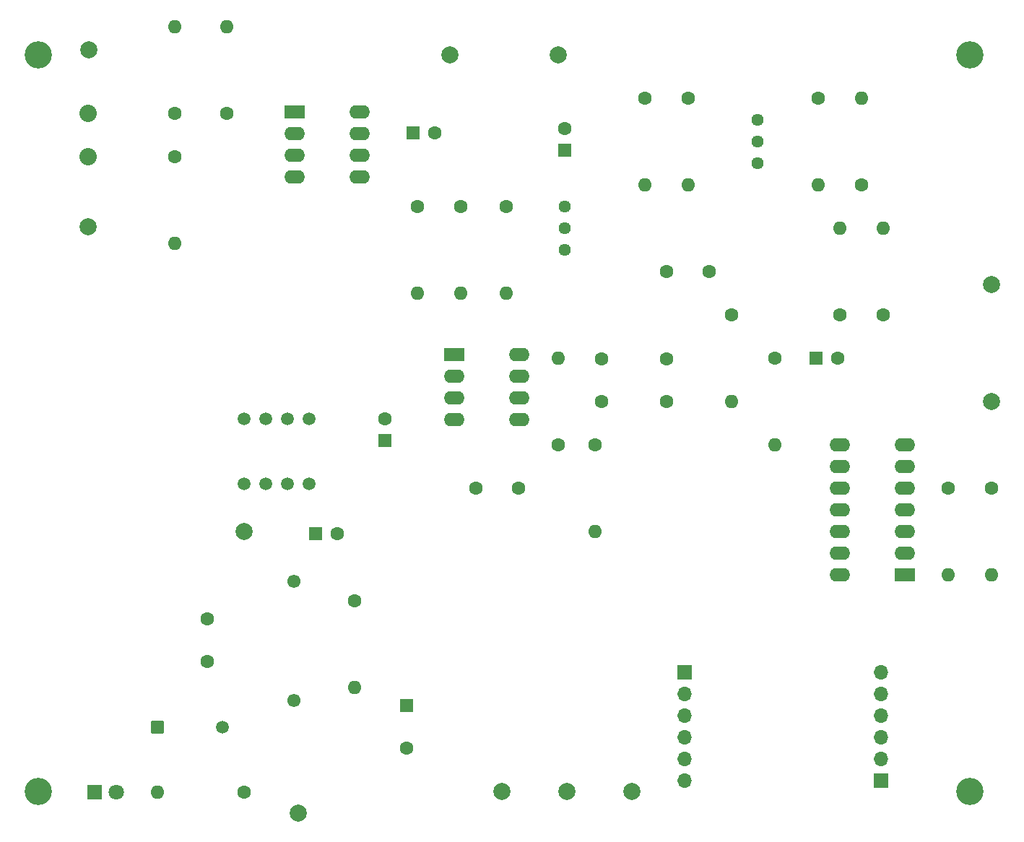
<source format=gbr>
%TF.GenerationSoftware,KiCad,Pcbnew,7.0.10*%
%TF.CreationDate,2024-01-17T14:59:58-08:00*%
%TF.ProjectId,P1.2,50312e32-2e6b-4696-9361-645f70636258,rev?*%
%TF.SameCoordinates,Original*%
%TF.FileFunction,Soldermask,Bot*%
%TF.FilePolarity,Negative*%
%FSLAX46Y46*%
G04 Gerber Fmt 4.6, Leading zero omitted, Abs format (unit mm)*
G04 Created by KiCad (PCBNEW 7.0.10) date 2024-01-17 14:59:58*
%MOMM*%
%LPD*%
G01*
G04 APERTURE LIST*
G04 Aperture macros list*
%AMRoundRect*
0 Rectangle with rounded corners*
0 $1 Rounding radius*
0 $2 $3 $4 $5 $6 $7 $8 $9 X,Y pos of 4 corners*
0 Add a 4 corners polygon primitive as box body*
4,1,4,$2,$3,$4,$5,$6,$7,$8,$9,$2,$3,0*
0 Add four circle primitives for the rounded corners*
1,1,$1+$1,$2,$3*
1,1,$1+$1,$4,$5*
1,1,$1+$1,$6,$7*
1,1,$1+$1,$8,$9*
0 Add four rect primitives between the rounded corners*
20,1,$1+$1,$2,$3,$4,$5,0*
20,1,$1+$1,$4,$5,$6,$7,0*
20,1,$1+$1,$6,$7,$8,$9,0*
20,1,$1+$1,$8,$9,$2,$3,0*%
G04 Aperture macros list end*
%ADD10R,2.400000X1.600000*%
%ADD11O,2.400000X1.600000*%
%ADD12C,2.000000*%
%ADD13C,1.600000*%
%ADD14O,1.600000X1.600000*%
%ADD15C,1.507998*%
%ADD16R,1.700000X1.700000*%
%ADD17O,1.700000X1.700000*%
%ADD18RoundRect,0.102000X-0.654000X-0.654000X0.654000X-0.654000X0.654000X0.654000X-0.654000X0.654000X0*%
%ADD19C,1.512000*%
%ADD20C,2.032000*%
%ADD21C,3.200000*%
%ADD22R,1.600000X1.600000*%
%ADD23C,1.440000*%
%ADD24R,1.800000X1.800000*%
%ADD25C,1.800000*%
%ADD26C,1.554000*%
G04 APERTURE END LIST*
D10*
%TO.C,U1*%
X113885944Y-65074900D03*
D11*
X113885944Y-67614900D03*
X113885944Y-70154900D03*
X113885944Y-72694900D03*
X121505944Y-72694900D03*
X121505944Y-70154900D03*
X121505944Y-67614900D03*
X121505944Y-65074900D03*
%TD*%
D12*
%TO.C,J4*%
X138176000Y-144780000D03*
%TD*%
D13*
%TO.C,C9*%
X149860000Y-94060000D03*
X149860000Y-99060000D03*
%TD*%
D12*
%TO.C,J14*%
X195581000Y-85290588D03*
%TD*%
%TO.C,J9*%
X195580000Y-99060000D03*
%TD*%
D13*
%TO.C,R8*%
X144780000Y-104140000D03*
D14*
X144780000Y-93980000D03*
%TD*%
D12*
%TO.C,J2*%
X89715944Y-78523271D03*
%TD*%
D13*
%TO.C,R24*%
X180340000Y-73660000D03*
D14*
X180340000Y-63500000D03*
%TD*%
D15*
%TO.C,U4*%
X107950000Y-108646600D03*
X110490000Y-108646600D03*
X113030000Y-108646600D03*
X115570000Y-108646600D03*
X115570000Y-101026600D03*
X113030000Y-101026600D03*
X110490000Y-101026600D03*
X107950000Y-101026600D03*
%TD*%
D16*
%TO.C,J12*%
X182626000Y-143485000D03*
D17*
X182626000Y-140945000D03*
X182626000Y-138405000D03*
X182626000Y-135865000D03*
X182626000Y-133325000D03*
X182626000Y-130785000D03*
%TD*%
D13*
%TO.C,R2*%
X105971944Y-65240000D03*
D14*
X105971944Y-55080000D03*
%TD*%
D18*
%TO.C,SW1*%
X97790000Y-137240000D03*
D19*
X105410000Y-137240000D03*
%TD*%
D20*
%TO.C,J6*%
X89715944Y-65240000D03*
X89715944Y-70320000D03*
%TD*%
D12*
%TO.C,J11*%
X107950000Y-114300000D03*
%TD*%
D16*
%TO.C,J13*%
X159626000Y-130785000D03*
D17*
X159626000Y-133325000D03*
X159626000Y-135865000D03*
X159626000Y-138405000D03*
X159626000Y-140945000D03*
X159626000Y-143485000D03*
%TD*%
D13*
%TO.C,R23*%
X175260000Y-63500000D03*
D14*
X175260000Y-73660000D03*
%TD*%
D13*
%TO.C,R9*%
X154940000Y-63500000D03*
D14*
X154940000Y-73660000D03*
%TD*%
D13*
%TO.C,R12*%
X149098000Y-104140000D03*
D14*
X149098000Y-114300000D03*
%TD*%
D21*
%TO.C,H2*%
X193040000Y-58420000D03*
%TD*%
D12*
%TO.C,J1*%
X89792000Y-57820588D03*
%TD*%
D21*
%TO.C,H4*%
X193040000Y-144780000D03*
%TD*%
D13*
%TO.C,C1*%
X103632000Y-129536063D03*
X103632000Y-124536063D03*
%TD*%
D22*
%TO.C,C4*%
X145542000Y-69531113D03*
D13*
X145542000Y-67031113D03*
%TD*%
D12*
%TO.C,J3*%
X145796000Y-144780000D03*
%TD*%
D21*
%TO.C,H3*%
X83820000Y-144780000D03*
%TD*%
D13*
%TO.C,R28*%
X182880000Y-88900000D03*
D14*
X182880000Y-78740000D03*
%TD*%
D13*
%TO.C,R22*%
X177800000Y-88900000D03*
D14*
X177800000Y-78740000D03*
%TD*%
D23*
%TO.C,R13*%
X145542000Y-81280000D03*
X145542000Y-78740000D03*
X145542000Y-76200000D03*
%TD*%
D13*
%TO.C,R21*%
X170180000Y-93980000D03*
D14*
X170180000Y-104140000D03*
%TD*%
D22*
%TO.C,C11*%
X175070888Y-93980000D03*
D13*
X177570888Y-93980000D03*
%TD*%
D22*
%TO.C,C2*%
X127826888Y-67564000D03*
D13*
X130326888Y-67564000D03*
%TD*%
%TO.C,R5*%
X128270000Y-76200000D03*
D14*
X128270000Y-86360000D03*
%TD*%
D13*
%TO.C,R3*%
X99875944Y-70320000D03*
D14*
X99875944Y-80480000D03*
%TD*%
D22*
%TO.C,C5*%
X116396888Y-114554000D03*
D13*
X118896888Y-114554000D03*
%TD*%
D12*
%TO.C,J7*%
X132080000Y-58420000D03*
%TD*%
D10*
%TO.C,U3*%
X132598000Y-93482000D03*
D11*
X132598000Y-96022000D03*
X132598000Y-98562000D03*
X132598000Y-101102000D03*
X140218000Y-101102000D03*
X140218000Y-98562000D03*
X140218000Y-96022000D03*
X140218000Y-93482000D03*
%TD*%
D13*
%TO.C,C10*%
X157480000Y-94060000D03*
X157480000Y-99060000D03*
%TD*%
%TO.C,R30*%
X190500000Y-109220000D03*
D14*
X190500000Y-119380000D03*
%TD*%
D23*
%TO.C,R26*%
X168148000Y-71120000D03*
X168148000Y-68580000D03*
X168148000Y-66040000D03*
%TD*%
D12*
%TO.C,J8*%
X144780000Y-58420000D03*
%TD*%
D22*
%TO.C,C6*%
X124460000Y-103567113D03*
D13*
X124460000Y-101067113D03*
%TD*%
%TO.C,C8*%
X157520000Y-83820000D03*
X162520000Y-83820000D03*
%TD*%
%TO.C,R4*%
X120904000Y-122428000D03*
D14*
X120904000Y-132588000D03*
%TD*%
D10*
%TO.C,U5*%
X185420000Y-119385000D03*
D11*
X185420000Y-116845000D03*
X185420000Y-114305000D03*
X185420000Y-111765000D03*
X185420000Y-109225000D03*
X185420000Y-106685000D03*
X185420000Y-104145000D03*
X177800000Y-104145000D03*
X177800000Y-106685000D03*
X177800000Y-109225000D03*
X177800000Y-111765000D03*
X177800000Y-114305000D03*
X177800000Y-116845000D03*
X177800000Y-119385000D03*
%TD*%
D13*
%TO.C,R7*%
X138684000Y-76200000D03*
D14*
X138684000Y-86360000D03*
%TD*%
D21*
%TO.C,H1*%
X83820000Y-58420000D03*
%TD*%
D13*
%TO.C,R10*%
X160020000Y-63500000D03*
D14*
X160020000Y-73660000D03*
%TD*%
D24*
%TO.C,D1*%
X90419000Y-144860000D03*
D25*
X92959000Y-144860000D03*
%TD*%
D12*
%TO.C,J5*%
X153416000Y-144780000D03*
%TD*%
%TO.C,J10*%
X114300000Y-147320000D03*
%TD*%
D13*
%TO.C,R31*%
X107950000Y-144860000D03*
D14*
X97790000Y-144860000D03*
%TD*%
D22*
%TO.C,C3*%
X127000000Y-134700000D03*
D13*
X127000000Y-139700000D03*
%TD*%
D26*
%TO.C,L1*%
X113792000Y-120076063D03*
X113792000Y-134076063D03*
%TD*%
D13*
%TO.C,R29*%
X195580000Y-109220000D03*
D14*
X195580000Y-119380000D03*
%TD*%
D13*
%TO.C,C7*%
X135168000Y-109220000D03*
X140168000Y-109220000D03*
%TD*%
%TO.C,R11*%
X165100000Y-88900000D03*
D14*
X165100000Y-99060000D03*
%TD*%
D13*
%TO.C,R1*%
X99875944Y-65240000D03*
D14*
X99875944Y-55080000D03*
%TD*%
D13*
%TO.C,R6*%
X133350000Y-76200000D03*
D14*
X133350000Y-86360000D03*
%TD*%
M02*

</source>
